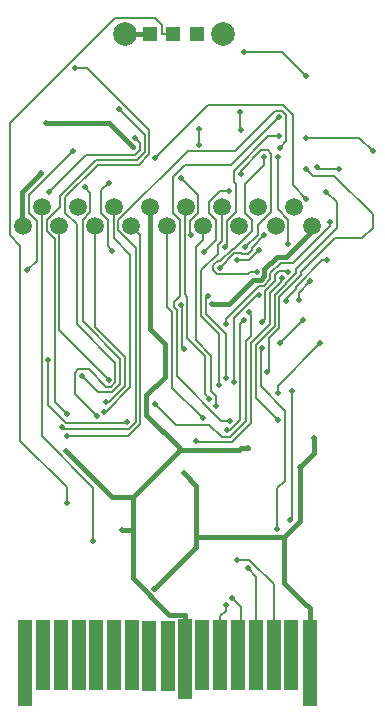
<source format=gbr>
%TF.GenerationSoftware,KiCad,Pcbnew,(6.0.2)*%
%TF.CreationDate,2022-10-02T17:57:44-05:00*%
%TF.ProjectId,MCN003R3,4d434e30-3033-4523-932e-6b696361645f,rev?*%
%TF.SameCoordinates,Original*%
%TF.FileFunction,Copper,L2,Bot*%
%TF.FilePolarity,Positive*%
%FSLAX46Y46*%
G04 Gerber Fmt 4.6, Leading zero omitted, Abs format (unit mm)*
G04 Created by KiCad (PCBNEW (6.0.2)) date 2022-10-02 17:57:44*
%MOMM*%
%LPD*%
G01*
G04 APERTURE LIST*
%TA.AperFunction,ComponentPad*%
%ADD10C,1.500000*%
%TD*%
%TA.AperFunction,ComponentPad*%
%ADD11R,1.300000X1.300000*%
%TD*%
%TA.AperFunction,ComponentPad*%
%ADD12C,2.000000*%
%TD*%
%TA.AperFunction,SMDPad,CuDef*%
%ADD13R,1.200000X7.250000*%
%TD*%
%TA.AperFunction,SMDPad,CuDef*%
%ADD14R,1.200000X6.000000*%
%TD*%
%TA.AperFunction,SMDPad,CuDef*%
%ADD15R,1.200000X6.750000*%
%TD*%
%TA.AperFunction,ViaPad*%
%ADD16C,0.500000*%
%TD*%
%TA.AperFunction,Conductor*%
%ADD17C,0.200000*%
%TD*%
%TA.AperFunction,Conductor*%
%ADD18C,0.250000*%
%TD*%
%TA.AperFunction,Conductor*%
%ADD19C,0.400000*%
%TD*%
G04 APERTURE END LIST*
D10*
%TO.P,J2,1,GND*%
%TO.N,/GND*%
X134038000Y-88898000D03*
%TO.P,J2,2,CLK*%
%TO.N,/CLK*%
X135587000Y-87348000D03*
%TO.P,J2,3,N/C*%
%TO.N,/DS.Cart.Pin3*%
X137088000Y-88898000D03*
%TO.P,J2,4,CS1*%
%TO.N,/DS.Cart.CS1*%
X138637000Y-87348000D03*
%TO.P,J2,5,Reset*%
%TO.N,/DS.Cart.Reset*%
X140138000Y-88898000D03*
%TO.P,J2,6,CS2*%
%TO.N,/DS.Cart.CS2*%
X141687000Y-87348000D03*
%TO.P,J2,7,IRQ*%
%TO.N,/DS.Cart.IRQ*%
X143188000Y-88898000D03*
%TO.P,J2,8,VCC*%
%TO.N,/VCC*%
X144737000Y-87348000D03*
%TO.P,J2,9,D0*%
%TO.N,/DS.D0*%
X146238000Y-88898000D03*
%TO.P,J2,10,D1*%
%TO.N,/DS.D1*%
X147787000Y-87348000D03*
%TO.P,J2,11,D2*%
%TO.N,/DS.D2*%
X149288000Y-88898000D03*
%TO.P,J2,12,D3*%
%TO.N,/DS.D3*%
X150837000Y-87348000D03*
%TO.P,J2,13,D4*%
%TO.N,/DS.D4*%
X152338000Y-88898000D03*
%TO.P,J2,14,D5*%
%TO.N,/DS.D5*%
X153887000Y-87348000D03*
%TO.P,J2,15,D6*%
%TO.N,/DS.D6*%
X155414000Y-88898000D03*
%TO.P,J2,16,D7*%
%TO.N,/DS.D7*%
X156937000Y-87348000D03*
%TO.P,J2,17,GND*%
%TO.N,/GND*%
X158490000Y-88898000D03*
%TD*%
D11*
%TO.P,SW1,1,A*%
%TO.N,/GND*%
X144724000Y-72671000D03*
%TO.P,SW1,2,B*%
%TO.N,/Switch*%
X146750000Y-72671000D03*
%TO.P,SW1,3,C*%
%TO.N,unconnected-(SW1-Pad3)*%
X148770000Y-72674000D03*
D12*
%TO.P,SW1,4,Shield*%
%TO.N,/GND*%
X142620000Y-72675000D03*
%TO.P,SW1,5,Shield*%
X150915100Y-72674200D03*
%TD*%
D13*
%TO.P,J3,1,GND*%
%TO.N,/GND*%
X158278000Y-125933000D03*
D14*
%TO.P,J3,2,CLK*%
%TO.N,unconnected-(J3-Pad2)*%
X156736000Y-125287000D03*
%TO.P,J3,3,N/C*%
%TO.N,/TCK*%
X155221000Y-125295000D03*
%TO.P,J3,4,CS1*%
%TO.N,/TDO*%
X153762000Y-125287000D03*
%TO.P,J3,5,Reset*%
%TO.N,/TDI*%
X152255000Y-125294000D03*
%TO.P,J3,6,CS2*%
%TO.N,/TMS*%
X150692000Y-125294000D03*
%TO.P,J3,7,IRQ*%
%TO.N,unconnected-(J3-Pad7)*%
X149193000Y-125294000D03*
D15*
%TO.P,J3,8,VCC*%
%TO.N,/VCC*%
X147766000Y-125637000D03*
D14*
%TO.P,J3,9,D0*%
%TO.N,unconnected-(J3-Pad9)*%
X146269000Y-125302000D03*
%TO.P,J3,10,D1*%
%TO.N,unconnected-(J3-Pad10)*%
X144706000Y-125302000D03*
%TO.P,J3,11,D2*%
%TO.N,unconnected-(J3-Pad11)*%
X143199000Y-125294000D03*
%TO.P,J3,12,D3*%
%TO.N,unconnected-(J3-Pad12)*%
X141724000Y-125294000D03*
%TO.P,J3,13,D4*%
%TO.N,unconnected-(J3-Pad13)*%
X140225000Y-125294000D03*
%TO.P,J3,14,D5*%
%TO.N,unconnected-(J3-Pad14)*%
X138726000Y-125286000D03*
%TO.P,J3,15,D6*%
%TO.N,unconnected-(J3-Pad15)*%
X137211000Y-125294000D03*
%TO.P,J3,16,D7*%
%TO.N,unconnected-(J3-Pad16)*%
X135696000Y-125294000D03*
D13*
%TO.P,J3,17,GND*%
%TO.N,unconnected-(J3-Pad17)*%
X134189000Y-125927000D03*
%TD*%
D16*
%TO.N,/TDO*%
X153024700Y-117878800D03*
%TO.N,/TCK*%
X152156000Y-117203200D03*
%TO.N,/TDI*%
X151716100Y-120441700D03*
%TO.N,/TMS*%
X151156000Y-121059400D03*
%TO.N,/EXCELSEMI.A16*%
X136181900Y-86085200D03*
X143534300Y-81525500D03*
X145187100Y-83178300D03*
X158007800Y-86656400D03*
X158349500Y-93601600D03*
X157355000Y-95177900D03*
X156421400Y-92839000D03*
X154219300Y-97085800D03*
%TO.N,/EXCELSEMI.A-1*%
X136137300Y-100264800D03*
X142796100Y-105497400D03*
%TO.N,/EXCELSEMI.DQ6*%
X138239800Y-82575000D03*
X134382200Y-92665500D03*
%TO.N,/EXCELSEMI.DQ4*%
X139223500Y-85645700D03*
X138976000Y-101640800D03*
%TO.N,/EXCELSEMI.DQ1*%
X141252600Y-85305600D03*
X141572300Y-91053200D03*
%TO.N,/EXCELSEMI.OE*%
X138393500Y-75575000D03*
X140299000Y-105045300D03*
%TO.N,/EXCELSEMI.CE*%
X142135300Y-79035800D03*
X137736900Y-104872800D03*
%TO.N,/EXCELSEMI.A2*%
X148905800Y-80712200D03*
X148952700Y-82037400D03*
%TO.N,/EXCELSEMI.A4*%
X152397900Y-79269900D03*
X152436900Y-80808000D03*
X152436900Y-84494400D03*
X152820300Y-90728300D03*
X153166300Y-96256600D03*
X145156000Y-103973900D03*
%TO.N,/EXCELSEMI.A5*%
X157955000Y-76242200D03*
X152762700Y-74227900D03*
X147405600Y-84832300D03*
X148246200Y-89670100D03*
X147352300Y-95597500D03*
X147656000Y-99328400D03*
%TO.N,/EXCELSEMI.A7*%
X153805200Y-92833200D03*
X154409900Y-83093200D03*
%TO.N,/EXCELSEMI.A17*%
X160003000Y-88560000D03*
X151156000Y-97242600D03*
%TO.N,/EXCELSEMI.A18*%
X151460900Y-85980800D03*
X149331900Y-91140800D03*
X149653000Y-94872400D03*
X151190400Y-101803600D03*
%TO.N,/EXCELSEMI.RY-BY*%
X151559000Y-105419500D03*
X155653000Y-79741300D03*
%TO.N,/EXCELSEMI.RESET*%
X159689800Y-86055500D03*
X155608000Y-105362300D03*
%TO.N,/EXCELSEMI.WE*%
X155710700Y-81350300D03*
X151126400Y-90690000D03*
%TO.N,/EXCELSEMI.A19*%
X157966300Y-81497400D03*
X163613300Y-82628500D03*
X159725800Y-91810000D03*
X156254700Y-95259000D03*
X153954100Y-94812700D03*
X151864200Y-102138700D03*
%TO.N,/EXCELSEMI.A8*%
X158879100Y-83956600D03*
X160790100Y-84126700D03*
X159163000Y-98857000D03*
X155577400Y-103105400D03*
%TO.N,/EXCELSEMI.A9*%
X155727800Y-82310400D03*
X137270600Y-105992100D03*
%TO.N,/EXCELSEMI.A10*%
X155782500Y-98851400D03*
X157741900Y-96892000D03*
X156411500Y-90451000D03*
X155570500Y-83075000D03*
%TO.N,/EXCELSEMI.A12*%
X157975100Y-84075000D03*
X154682300Y-101316900D03*
%TO.N,/EXCELSEMI.A14*%
X154437200Y-89696200D03*
X150682200Y-92459100D03*
%TO.N,/EXCELSEMI.A15*%
X155905700Y-93320200D03*
X148656400Y-107139800D03*
%TO.N,/DS.D6*%
X156626900Y-113800900D03*
X156804800Y-102890600D03*
%TO.N,/DS.D5*%
X153961400Y-90989900D03*
X152141600Y-91796600D03*
X152758900Y-96911100D03*
X151323000Y-106221300D03*
%TO.N,/DS.D4*%
X155520100Y-114593000D03*
X154282200Y-99304200D03*
%TO.N,/DS.D3*%
X150627500Y-102407800D03*
%TO.N,/DS.D2*%
X150336700Y-104180600D03*
%TO.N,/DS.D1*%
X149781600Y-103549900D03*
%TO.N,/DS.D0*%
X149210400Y-105196300D03*
%TO.N,/DS.Cart.IRQ*%
X137743100Y-106751500D03*
%TO.N,/DS.Cart.CS2*%
X140901600Y-104650500D03*
%TO.N,/DS.Cart.Reset*%
X141042800Y-103866700D03*
%TO.N,/DS.Cart.Pin3*%
X141272500Y-101968100D03*
%TO.N,/CLK*%
X139918600Y-115646600D03*
%TO.N,/VCC*%
X143328000Y-82244700D03*
X135973800Y-80179700D03*
X146001300Y-98920900D03*
X137612300Y-107996600D03*
X153072200Y-107759700D03*
X142367900Y-114634300D03*
%TO.N,/Switch*%
X137696300Y-112424800D03*
%TO.N,/GND*%
X150053100Y-95523700D03*
X147624300Y-109880000D03*
X135496500Y-84464000D03*
X158637700Y-106857900D03*
X157840200Y-120871200D03*
X145117000Y-119644800D03*
X157428000Y-109368500D03*
%TD*%
D17*
%TO.N,/TDO*%
X153762000Y-118616100D02*
X153024700Y-117878800D01*
X153762000Y-125287000D02*
X153762000Y-118616100D01*
%TO.N,/TCK*%
X153181400Y-117203200D02*
X152156000Y-117203200D01*
X155221000Y-119242800D02*
X153181400Y-117203200D01*
X155221000Y-125295000D02*
X155221000Y-119242800D01*
D18*
%TO.N,/TDI*%
X152469000Y-123274500D02*
X152429000Y-123314000D01*
D17*
X152255000Y-123488500D02*
X152255000Y-125294000D01*
X152469000Y-123274500D02*
X152255000Y-123488500D01*
D18*
X152509000Y-123235000D02*
X152469000Y-123274500D01*
D17*
X152509000Y-121234500D02*
X152509000Y-123235000D01*
X152508900Y-121234500D02*
X152509000Y-121234500D01*
X151716100Y-120441700D02*
X152508900Y-121234500D01*
%TO.N,/TMS*%
X150692000Y-125294000D02*
X150692000Y-121993900D01*
X151156000Y-121529900D02*
X151156000Y-121059400D01*
X150692000Y-121993900D02*
X151156000Y-121529900D01*
%TO.N,/EXCELSEMI.A16*%
X139341100Y-82926000D02*
X136181900Y-86085200D01*
X143495800Y-82926000D02*
X139341100Y-82926000D01*
X143915800Y-82506000D02*
X143495800Y-82926000D01*
X143915800Y-81907000D02*
X143915800Y-82506000D01*
X143534300Y-81525500D02*
X143915800Y-81907000D01*
X157355000Y-94596100D02*
X157355000Y-95177900D01*
X158349500Y-93601600D02*
X157355000Y-94596100D01*
X156331700Y-92749300D02*
X156421400Y-92839000D01*
X155698700Y-92749300D02*
X156331700Y-92749300D01*
X155355600Y-93092400D02*
X155698700Y-92749300D01*
X155355600Y-93602000D02*
X155355600Y-93092400D01*
X154504200Y-94453400D02*
X155355600Y-93602000D01*
X154504200Y-96800900D02*
X154504200Y-94453400D01*
X154219300Y-97085800D02*
X154504200Y-96800900D01*
X149665400Y-78700000D02*
X145187100Y-83178300D01*
X156003700Y-78700000D02*
X149665400Y-78700000D01*
X156856500Y-79552800D02*
X156003700Y-78700000D01*
X156856500Y-85505100D02*
X156856500Y-79552800D01*
X158007800Y-86656400D02*
X156856500Y-85505100D01*
%TO.N,/EXCELSEMI.A-1*%
X142697900Y-105595600D02*
X142796100Y-105497400D01*
X137652700Y-105595600D02*
X142697900Y-105595600D01*
X136137300Y-104080200D02*
X137652700Y-105595600D01*
X136137300Y-100264800D02*
X136137300Y-104080200D01*
%TO.N,/EXCELSEMI.DQ6*%
X135167800Y-91879900D02*
X134382200Y-92665500D01*
X135167800Y-88477800D02*
X135167800Y-91879900D01*
X134497000Y-87807000D02*
X135167800Y-88477800D01*
X134497000Y-86317800D02*
X134497000Y-87807000D01*
X138239800Y-82575000D02*
X134497000Y-86317800D01*
%TO.N,/EXCELSEMI.DQ4*%
X139711800Y-86134000D02*
X139223500Y-85645700D01*
X139711800Y-87774200D02*
X139711800Y-86134000D01*
X139053100Y-88432900D02*
X139711800Y-87774200D01*
X139053100Y-96964500D02*
X139053100Y-88432900D01*
X142252000Y-100163400D02*
X139053100Y-96964500D01*
X142252000Y-102332500D02*
X142252000Y-100163400D01*
X141587800Y-102996700D02*
X142252000Y-102332500D01*
X140331900Y-102996700D02*
X141587800Y-102996700D01*
X138976000Y-101640800D02*
X140331900Y-102996700D01*
%TO.N,/EXCELSEMI.DQ1*%
X141188200Y-90669100D02*
X141572300Y-91053200D01*
X141188200Y-88398200D02*
X141188200Y-90669100D01*
X140627300Y-87837300D02*
X141188200Y-88398200D01*
X140627300Y-85930900D02*
X140627300Y-87837300D01*
X141252600Y-85305600D02*
X140627300Y-85930900D01*
%TO.N,/EXCELSEMI.OE*%
X138388400Y-103134700D02*
X140299000Y-105045300D01*
X138388400Y-101401500D02*
X138388400Y-103134700D01*
X138707400Y-101082500D02*
X138388400Y-101401500D01*
X139609100Y-101082500D02*
X138707400Y-101082500D01*
X141064300Y-102537700D02*
X139609100Y-101082500D01*
X141481000Y-102537700D02*
X141064300Y-102537700D01*
X141833400Y-102185300D02*
X141481000Y-102537700D01*
X141833400Y-100510400D02*
X141833400Y-102185300D01*
X138548300Y-97225300D02*
X141833400Y-100510400D01*
X138548300Y-88809300D02*
X138548300Y-97225300D01*
X137586900Y-87847900D02*
X138548300Y-88809300D01*
X137586900Y-86478900D02*
X137586900Y-87847900D01*
X140334900Y-83730900D02*
X137586900Y-86478900D01*
X143822500Y-83730900D02*
X140334900Y-83730900D01*
X144716000Y-82837400D02*
X143822500Y-83730900D01*
X144716000Y-80838500D02*
X144716000Y-82837400D01*
X139452500Y-75575000D02*
X144716000Y-80838500D01*
X138393500Y-75575000D02*
X139452500Y-75575000D01*
%TO.N,/EXCELSEMI.CE*%
X144315900Y-81216400D02*
X142135300Y-79035800D01*
X144315900Y-82671700D02*
X144315900Y-81216400D01*
X143656900Y-83330700D02*
X144315900Y-82671700D01*
X140169300Y-83330700D02*
X143656900Y-83330700D01*
X137104800Y-86395200D02*
X140169300Y-83330700D01*
X137104800Y-87325100D02*
X137104800Y-86395200D01*
X136007600Y-88422300D02*
X137104800Y-87325100D01*
X136007600Y-89342900D02*
X136007600Y-88422300D01*
X136687400Y-90022700D02*
X136007600Y-89342900D01*
X136687400Y-103823300D02*
X136687400Y-90022700D01*
X137736900Y-104872800D02*
X136687400Y-103823300D01*
%TO.N,/EXCELSEMI.A2*%
X148905800Y-81990500D02*
X148952700Y-82037400D01*
X148905800Y-80712200D02*
X148905800Y-81990500D01*
%TO.N,/EXCELSEMI.A4*%
X153887000Y-89661600D02*
X152820300Y-90728300D01*
X153887000Y-88875000D02*
X153887000Y-89661600D01*
X154999300Y-87762700D02*
X153887000Y-88875000D01*
X154999300Y-82821600D02*
X154999300Y-87762700D01*
X154719400Y-82541700D02*
X154999300Y-82821600D01*
X154157600Y-82541700D02*
X154719400Y-82541700D01*
X152436900Y-84262400D02*
X154157600Y-82541700D01*
X152436900Y-84494400D02*
X152436900Y-84262400D01*
X146939000Y-105756900D02*
X145156000Y-103973900D01*
X149790100Y-105756900D02*
X146939000Y-105756900D01*
X150822900Y-106789700D02*
X149790100Y-105756900D01*
X151556400Y-106789700D02*
X150822900Y-106789700D01*
X152931800Y-105414300D02*
X151556400Y-106789700D01*
X152931800Y-98645200D02*
X152931800Y-105414300D01*
X153341800Y-98235200D02*
X152931800Y-98645200D01*
X153341800Y-96432100D02*
X153341800Y-98235200D01*
X153166300Y-96256600D02*
X153341800Y-96432100D01*
X152397900Y-80769000D02*
X152436900Y-80808000D01*
X152397900Y-79269900D02*
X152397900Y-80769000D01*
%TO.N,/EXCELSEMI.A5*%
X147502400Y-99174800D02*
X147656000Y-99328400D01*
X147502400Y-95747600D02*
X147502400Y-99174800D01*
X147352300Y-95597500D02*
X147502400Y-95747600D01*
X152785100Y-74205500D02*
X152762700Y-74227900D01*
X155918300Y-74205500D02*
X152785100Y-74205500D01*
X157955000Y-76242200D02*
X155918300Y-74205500D01*
X148844100Y-86270800D02*
X147405600Y-84832300D01*
X148844100Y-87840900D02*
X148844100Y-86270800D01*
X148171100Y-88513900D02*
X148844100Y-87840900D01*
X148171100Y-89595000D02*
X148171100Y-88513900D01*
X148246200Y-89670100D02*
X148171100Y-89595000D01*
%TO.N,/EXCELSEMI.A7*%
X153226800Y-92833200D02*
X153805200Y-92833200D01*
X153050800Y-93009200D02*
X153226800Y-92833200D01*
X150454400Y-93009200D02*
X153050800Y-93009200D01*
X150132100Y-92686900D02*
X150454400Y-93009200D01*
X150132100Y-92231300D02*
X150132100Y-92686900D01*
X150498900Y-91864500D02*
X150132100Y-92231300D01*
X150730000Y-91864500D02*
X150498900Y-91864500D01*
X151748100Y-90846400D02*
X150730000Y-91864500D01*
X151879400Y-90846400D02*
X151748100Y-90846400D01*
X153395300Y-89330500D02*
X151879400Y-90846400D01*
X153395300Y-88406300D02*
X153395300Y-89330500D01*
X152836800Y-87847800D02*
X153395300Y-88406300D01*
X152836800Y-85385300D02*
X152836800Y-87847800D01*
X154409900Y-83812200D02*
X152836800Y-85385300D01*
X154409900Y-83093200D02*
X154409900Y-83812200D01*
%TO.N,/EXCELSEMI.A17*%
X151156000Y-96809700D02*
X151156000Y-97242600D01*
X153982300Y-93983400D02*
X151156000Y-96809700D01*
X154408500Y-93983400D02*
X153982300Y-93983400D01*
X154955500Y-93436400D02*
X154408500Y-93983400D01*
X154955500Y-92914300D02*
X154955500Y-93436400D01*
X155835400Y-92034400D02*
X154955500Y-92914300D01*
X156881300Y-92034400D02*
X155835400Y-92034400D01*
X160003000Y-88912700D02*
X156881300Y-92034400D01*
X160003000Y-88560000D02*
X160003000Y-88912700D01*
%TO.N,/EXCELSEMI.A18*%
X150364300Y-90108400D02*
X149331900Y-91140800D01*
X150364300Y-88425100D02*
X150364300Y-90108400D01*
X149783600Y-87844400D02*
X150364300Y-88425100D01*
X149783600Y-86905200D02*
X149783600Y-87844400D01*
X150708000Y-85980800D02*
X149783600Y-86905200D01*
X151460900Y-85980800D02*
X150708000Y-85980800D01*
X149502900Y-95022500D02*
X149653000Y-94872400D01*
X149502900Y-96378400D02*
X149502900Y-95022500D01*
X151190400Y-98065900D02*
X149502900Y-96378400D01*
X151190400Y-101803600D02*
X151190400Y-98065900D01*
%TO.N,/EXCELSEMI.RY-BY*%
X151640600Y-83753700D02*
X155653000Y-79741300D01*
X151640600Y-83753800D02*
X151640600Y-83753700D01*
X147706100Y-83753800D02*
X151640600Y-83753800D01*
X146691800Y-84768100D02*
X147706100Y-83753800D01*
X146691800Y-87802700D02*
X146691800Y-84768100D01*
X147295300Y-88406200D02*
X146691800Y-87802700D01*
X147295300Y-94876600D02*
X147295300Y-88406200D01*
X146802200Y-95369700D02*
X147295300Y-94876600D01*
X146802200Y-95825300D02*
X146802200Y-95369700D01*
X147038400Y-96061500D02*
X146802200Y-95825300D01*
X147038400Y-101660200D02*
X147038400Y-96061500D01*
X150797700Y-105419500D02*
X147038400Y-101660200D01*
X151559000Y-105419500D02*
X150797700Y-105419500D01*
%TO.N,/EXCELSEMI.RESET*%
X160559800Y-86925500D02*
X159689800Y-86055500D01*
X160559800Y-89133900D02*
X160559800Y-86925500D01*
X157153700Y-92540000D02*
X160559800Y-89133900D01*
X157153700Y-92887600D02*
X157153700Y-92540000D01*
X156282600Y-93758700D02*
X157153700Y-92887600D01*
X156282600Y-93806700D02*
X156282600Y-93758700D01*
X155304400Y-94784900D02*
X156282600Y-93806700D01*
X155304400Y-97404200D02*
X155304400Y-94784900D01*
X153732000Y-98976600D02*
X155304400Y-97404200D01*
X153732000Y-103486300D02*
X153732000Y-98976600D01*
X155608000Y-105362300D02*
X153732000Y-103486300D01*
%TO.N,/EXCELSEMI.WE*%
X154782100Y-81350300D02*
X155710700Y-81350300D01*
X151886800Y-84245600D02*
X154782100Y-81350300D01*
X151886800Y-85235000D02*
X151886800Y-84245600D01*
X152011000Y-85359200D02*
X151886800Y-85235000D01*
X152011000Y-87739900D02*
X152011000Y-85359200D01*
X151276000Y-88474900D02*
X152011000Y-87739900D01*
X151276000Y-90540400D02*
X151276000Y-88474900D01*
X151126400Y-90690000D02*
X151276000Y-90540400D01*
%TO.N,/EXCELSEMI.A19*%
X156254700Y-95115500D02*
X156254700Y-95259000D01*
X157082800Y-94287400D02*
X156254700Y-95115500D01*
X157082800Y-94090000D02*
X157082800Y-94287400D01*
X159362800Y-91810000D02*
X157082800Y-94090000D01*
X159725800Y-91810000D02*
X159362800Y-91810000D01*
X153816700Y-94812700D02*
X153954100Y-94812700D01*
X151864200Y-96765200D02*
X153816700Y-94812700D01*
X151864200Y-102138700D02*
X151864200Y-96765200D01*
X162482200Y-81497400D02*
X157966300Y-81497400D01*
X163613300Y-82628500D02*
X162482200Y-81497400D01*
%TO.N,/EXCELSEMI.A8*%
X159049200Y-84126700D02*
X160790100Y-84126700D01*
X158879100Y-83956600D02*
X159049200Y-84126700D01*
X155577400Y-102442600D02*
X159163000Y-98857000D01*
X155577400Y-103105400D02*
X155577400Y-102442600D01*
%TO.N,/EXCELSEMI.A9*%
X156281300Y-81756900D02*
X155727800Y-82310400D01*
X156281300Y-79548800D02*
X156281300Y-81756900D01*
X155899700Y-79167200D02*
X156281300Y-79548800D01*
X155358700Y-79167200D02*
X155899700Y-79167200D01*
X151938300Y-82587600D02*
X155358700Y-79167200D01*
X147948400Y-82587600D02*
X151938300Y-82587600D01*
X142087200Y-88448800D02*
X147948400Y-82587600D01*
X142087200Y-89295400D02*
X142087200Y-88448800D01*
X143549900Y-90758100D02*
X142087200Y-89295400D01*
X143549900Y-105521800D02*
X143549900Y-90758100D01*
X142973200Y-106098500D02*
X143549900Y-105521800D01*
X137377000Y-106098500D02*
X142973200Y-106098500D01*
X137270600Y-105992100D02*
X137377000Y-106098500D01*
%TO.N,/EXCELSEMI.A10*%
X156467800Y-90394700D02*
X156411500Y-90451000D01*
X156467800Y-88428700D02*
X156467800Y-90394700D01*
X155570500Y-87531400D02*
X156467800Y-88428700D01*
X155570500Y-83075000D02*
X155570500Y-87531400D01*
X155782500Y-98851400D02*
X157741900Y-96892000D01*
%TO.N,/EXCELSEMI.A12*%
X158564100Y-84664000D02*
X157975100Y-84075000D01*
X160334700Y-84664000D02*
X158564100Y-84664000D01*
X163631500Y-87960800D02*
X160334700Y-84664000D01*
X163631500Y-89093700D02*
X163631500Y-87960800D01*
X162750900Y-89974300D02*
X163631500Y-89093700D01*
X160426700Y-89974300D02*
X162750900Y-89974300D01*
X157553800Y-92847200D02*
X160426700Y-89974300D01*
X157553800Y-93053300D02*
X157553800Y-92847200D01*
X156682700Y-93924400D02*
X157553800Y-93053300D01*
X156682700Y-93972400D02*
X156682700Y-93924400D01*
X155704500Y-94950600D02*
X156682700Y-93972400D01*
X155704500Y-97569900D02*
X155704500Y-94950600D01*
X154832300Y-98442100D02*
X155704500Y-97569900D01*
X154832300Y-101166900D02*
X154832300Y-98442100D01*
X154682300Y-101316900D02*
X154832300Y-101166900D01*
%TO.N,/EXCELSEMI.A14*%
X153370400Y-90763000D02*
X154437200Y-89696200D01*
X153370400Y-90956200D02*
X153370400Y-90763000D01*
X153048200Y-91278400D02*
X153370400Y-90956200D01*
X152592500Y-91278400D02*
X153048200Y-91278400D01*
X152560600Y-91246500D02*
X152592500Y-91278400D01*
X151913800Y-91246500D02*
X152560600Y-91246500D01*
X150701200Y-92459100D02*
X151913800Y-91246500D01*
X150682200Y-92459100D02*
X150701200Y-92459100D01*
%TO.N,/EXCELSEMI.A15*%
X155882500Y-93343400D02*
X155905700Y-93320200D01*
X155882500Y-93641000D02*
X155882500Y-93343400D01*
X154904300Y-94619200D02*
X155882500Y-93641000D01*
X154904300Y-97238500D02*
X154904300Y-94619200D01*
X153331900Y-98810900D02*
X154904300Y-97238500D01*
X153331900Y-105580000D02*
X153331900Y-98810900D01*
X151722100Y-107189800D02*
X153331900Y-105580000D01*
X148706400Y-107189800D02*
X151722100Y-107189800D01*
X148656400Y-107139800D02*
X148706400Y-107189800D01*
%TO.N,/DS.D6*%
X156804800Y-113623000D02*
X156804800Y-102890600D01*
X156626900Y-113800900D02*
X156804800Y-113623000D01*
%TO.N,/DS.D5*%
X152414300Y-97255700D02*
X152758900Y-96911100D01*
X152414300Y-105342400D02*
X152414300Y-97255700D01*
X151535400Y-106221300D02*
X152414300Y-105342400D01*
X151323000Y-106221300D02*
X151535400Y-106221300D01*
X153154700Y-91796600D02*
X153961400Y-90989900D01*
X152141600Y-91796600D02*
X153154700Y-91796600D01*
%TO.N,/DS.D4*%
X155520100Y-111157200D02*
X155520100Y-114593000D01*
X156189400Y-110487900D02*
X155520100Y-111157200D01*
X156189400Y-104574900D02*
X156189400Y-110487900D01*
X154132100Y-102517600D02*
X156189400Y-104574900D01*
X154132100Y-99454300D02*
X154132100Y-102517600D01*
X154282200Y-99304200D02*
X154132100Y-99454300D01*
%TO.N,/DS.D3*%
X150837000Y-90201500D02*
X150837000Y-87348000D01*
X150519000Y-90519500D02*
X150837000Y-90201500D01*
X150519000Y-91278600D02*
X150519000Y-90519500D01*
X149102700Y-92694900D02*
X150519000Y-91278600D01*
X149102700Y-96544000D02*
X149102700Y-92694900D01*
X150627400Y-98068700D02*
X149102700Y-96544000D01*
X150627400Y-102407800D02*
X150627400Y-98068700D01*
X150627500Y-102407800D02*
X150627400Y-102407800D01*
%TO.N,/DS.D2*%
X149288000Y-90099000D02*
X149288000Y-88898000D01*
X148641700Y-90745300D02*
X149288000Y-90099000D01*
X148641700Y-98608100D02*
X148641700Y-90745300D01*
X149955800Y-99922200D02*
X148641700Y-98608100D01*
X149955800Y-102930200D02*
X149955800Y-99922200D01*
X150336700Y-103311100D02*
X149955800Y-102930200D01*
X150336700Y-104180600D02*
X150336700Y-103311100D01*
%TO.N,/DS.D1*%
X149390000Y-103158300D02*
X149781600Y-103549900D01*
X149389900Y-103158300D02*
X149390000Y-103158300D01*
X149389900Y-99922300D02*
X149389900Y-103158300D01*
X147902500Y-98434900D02*
X149389900Y-99922300D01*
X147902500Y-94918000D02*
X147902500Y-98434900D01*
X147695500Y-94711000D02*
X147902500Y-94918000D01*
X147695500Y-87439500D02*
X147695500Y-94711000D01*
X147787000Y-87348000D02*
X147695500Y-87439500D01*
%TO.N,/DS.D0*%
X146638200Y-102624100D02*
X149210400Y-105196300D01*
X146638200Y-96227100D02*
X146638200Y-102624100D01*
X146238000Y-95826900D02*
X146638200Y-96227100D01*
X146238000Y-88898000D02*
X146238000Y-95826900D01*
%TO.N,/DS.Cart.IRQ*%
X143950000Y-89660000D02*
X143188000Y-88898000D01*
X143950000Y-105687500D02*
X143950000Y-89660000D01*
X142886000Y-106751500D02*
X143950000Y-105687500D01*
X137743100Y-106751500D02*
X142886000Y-106751500D01*
%TO.N,/DS.Cart.CS2*%
X141065600Y-104650500D02*
X140901600Y-104650500D01*
X143110700Y-102605400D02*
X141065600Y-104650500D01*
X143110700Y-91379200D02*
X143110700Y-102605400D01*
X141687000Y-89955500D02*
X143110700Y-91379200D01*
X141687000Y-87348000D02*
X141687000Y-89955500D01*
%TO.N,/DS.Cart.Reset*%
X141283600Y-103866700D02*
X141042800Y-103866700D01*
X142670800Y-102479500D02*
X141283600Y-103866700D01*
X142670800Y-100016300D02*
X142670800Y-102479500D01*
X140138100Y-97483600D02*
X142670800Y-100016300D01*
X140138100Y-88898000D02*
X140138100Y-97483600D01*
X140138000Y-88898000D02*
X140138100Y-88898000D01*
%TO.N,/DS.Cart.Pin3*%
X137088000Y-97783600D02*
X141272500Y-101968100D01*
X137088000Y-88898000D02*
X137088000Y-97783600D01*
%TO.N,/CLK*%
X139918600Y-111080700D02*
X139918600Y-115646600D01*
X135587000Y-106749100D02*
X139918600Y-111080700D01*
X135587000Y-87348000D02*
X135587000Y-106749100D01*
D19*
%TO.N,/VCC*%
X144737000Y-97656600D02*
X146001300Y-98920900D01*
X144737000Y-87348000D02*
X144737000Y-97656600D01*
X141263000Y-80179700D02*
X135973800Y-80179700D01*
X143328000Y-82244700D02*
X141263000Y-80179700D01*
X147766000Y-125637000D02*
X147766000Y-121861900D01*
X141525400Y-111909700D02*
X137612300Y-107996600D01*
X143311400Y-111909700D02*
X141525400Y-111909700D01*
X147312600Y-107908500D02*
X143311400Y-111909700D01*
X147194000Y-107790000D02*
X147312600Y-107908500D01*
X147194000Y-107668900D02*
X147194000Y-107790000D01*
X144459800Y-104934700D02*
X147194000Y-107668900D01*
X144459800Y-103261100D02*
X144459800Y-104934700D01*
X146001300Y-101719600D02*
X144459800Y-103261100D01*
X146001300Y-98920900D02*
X146001300Y-101719600D01*
X152489400Y-107759700D02*
X153072200Y-107759700D01*
X152340500Y-107908600D02*
X152489400Y-107759700D01*
X147312600Y-107908600D02*
X152340500Y-107908600D01*
X147312600Y-107908500D02*
X147312600Y-107908600D01*
X143311400Y-114634300D02*
X142367900Y-114634300D01*
X143311400Y-111909700D02*
X143311400Y-114634300D01*
X146392600Y-121861900D02*
X147766000Y-121861900D01*
X143311400Y-118780700D02*
X146392600Y-121861900D01*
X143311400Y-114634300D02*
X143311400Y-118780700D01*
D17*
%TO.N,/Switch*%
X146750000Y-72671000D02*
X145799900Y-72671000D01*
X137696200Y-112424800D02*
X137696300Y-112424800D01*
X137696200Y-111016600D02*
X137696200Y-112424800D01*
X133796300Y-107116700D02*
X137696200Y-111016600D01*
X133796300Y-90596500D02*
X133796300Y-107116700D01*
X132939200Y-89739400D02*
X133796300Y-90596500D01*
X132939200Y-80179300D02*
X132939200Y-89739400D01*
X141770500Y-71348000D02*
X132939200Y-80179300D01*
X145189500Y-71348000D02*
X141770500Y-71348000D01*
X145799900Y-71958400D02*
X145189500Y-71348000D01*
X145799900Y-72671000D02*
X145799900Y-71958400D01*
D19*
%TO.N,/GND*%
X143669900Y-72675000D02*
X143673900Y-72671000D01*
X142620000Y-72675000D02*
X143669900Y-72675000D01*
X144724000Y-72671000D02*
X143673900Y-72671000D01*
X133938000Y-86022500D02*
X135496500Y-84464000D01*
X133938000Y-88798000D02*
X133938000Y-86022500D01*
X134038000Y-88898000D02*
X133938000Y-88798000D01*
X158278000Y-121309000D02*
X158278000Y-125933000D01*
X157840200Y-120871200D02*
X158278000Y-121309000D01*
X156091800Y-119122800D02*
X157840200Y-120871200D01*
X156091800Y-115267700D02*
X156091800Y-119122800D01*
X157428000Y-113931500D02*
X157428000Y-109368500D01*
X156091800Y-115267700D02*
X157428000Y-113931500D01*
X151455800Y-95523700D02*
X150053100Y-95523700D01*
X153496200Y-93483300D02*
X151455800Y-95523700D01*
X154124300Y-93483300D02*
X153496200Y-93483300D01*
X154455400Y-93152200D02*
X154124300Y-93483300D01*
X154455400Y-92612200D02*
X154455400Y-93152200D01*
X155533300Y-91534300D02*
X154455400Y-92612200D01*
X156299000Y-91534300D02*
X155533300Y-91534300D01*
X158490000Y-89343300D02*
X156299000Y-91534300D01*
X158490000Y-88898000D02*
X158490000Y-89343300D01*
X158637700Y-108158800D02*
X158637700Y-106857900D01*
X157428000Y-109368500D02*
X158637700Y-108158800D01*
X156091800Y-115267700D02*
X148676200Y-115267700D01*
X148676200Y-110931900D02*
X148676200Y-115267700D01*
X147624300Y-109880000D02*
X148676200Y-110931900D01*
X148676200Y-116085600D02*
X145117000Y-119644800D01*
X148676200Y-115267700D02*
X148676200Y-116085600D01*
%TD*%
M02*

</source>
